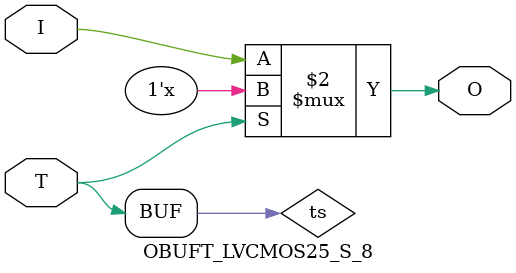
<source format=v>

/*

FUNCTION    : TRI-STATE OUTPUT BUFFER

*/

`celldefine
`timescale  100 ps / 10 ps

module OBUFT_LVCMOS25_S_8 (O, I, T);

    output O;

    input  I, T;

    or O1 (ts, 1'b0, T);
    bufif0 T1 (O, I, ts);

endmodule

</source>
